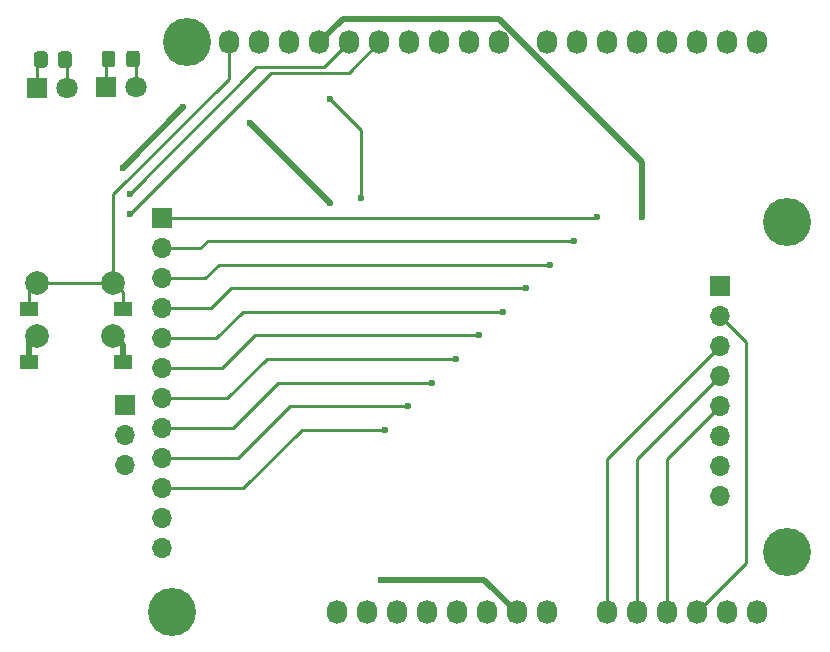
<source format=gbr>
%TF.GenerationSoftware,KiCad,Pcbnew,(5.1.10)-1*%
%TF.CreationDate,2022-03-02T00:29:21+08:00*%
%TF.ProjectId,r71ram_uno,72373172-616d-45f7-956e-6f2e6b696361,rev?*%
%TF.SameCoordinates,Original*%
%TF.FileFunction,Copper,L1,Top*%
%TF.FilePolarity,Positive*%
%FSLAX46Y46*%
G04 Gerber Fmt 4.6, Leading zero omitted, Abs format (unit mm)*
G04 Created by KiCad (PCBNEW (5.1.10)-1) date 2022-03-02 00:29:21*
%MOMM*%
%LPD*%
G01*
G04 APERTURE LIST*
%TA.AperFunction,ComponentPad*%
%ADD10O,1.700000X1.700000*%
%TD*%
%TA.AperFunction,ComponentPad*%
%ADD11R,1.700000X1.700000*%
%TD*%
%TA.AperFunction,SMDPad,CuDef*%
%ADD12R,1.550000X1.300000*%
%TD*%
%TA.AperFunction,ComponentPad*%
%ADD13C,2.000000*%
%TD*%
%TA.AperFunction,ComponentPad*%
%ADD14C,1.800000*%
%TD*%
%TA.AperFunction,ComponentPad*%
%ADD15R,1.800000X1.800000*%
%TD*%
%TA.AperFunction,ComponentPad*%
%ADD16O,1.727200X2.032000*%
%TD*%
%TA.AperFunction,ComponentPad*%
%ADD17C,4.064000*%
%TD*%
%TA.AperFunction,ViaPad*%
%ADD18C,0.600000*%
%TD*%
%TA.AperFunction,Conductor*%
%ADD19C,0.250000*%
%TD*%
%TA.AperFunction,Conductor*%
%ADD20C,0.500000*%
%TD*%
G04 APERTURE END LIST*
D10*
%TO.P,J3,3*%
%TO.N,/13(SCK)*%
X120973000Y-111370000D03*
%TO.P,J3,2*%
%TO.N,/12(MISO)*%
X120973000Y-108830000D03*
D11*
%TO.P,J3,1*%
%TO.N,GND*%
X120973000Y-106290000D03*
%TD*%
D12*
%TO.P,SW11,2*%
%TO.N,GND*%
X120823000Y-102590000D03*
%TO.P,SW11,1*%
%TO.N,/A5(SCL)*%
X120823000Y-98090000D03*
X112873000Y-98090000D03*
%TO.P,SW11,2*%
%TO.N,GND*%
X112873000Y-102590000D03*
%TD*%
%TO.P,D21,2*%
%TO.N,Net-(D2-Pad2)*%
%TA.AperFunction,SMDPad,CuDef*%
G36*
G01*
X121098000Y-77415001D02*
X121098000Y-76514999D01*
G75*
G02*
X121347999Y-76265000I249999J0D01*
G01*
X121998001Y-76265000D01*
G75*
G02*
X122248000Y-76514999I0J-249999D01*
G01*
X122248000Y-77415001D01*
G75*
G02*
X121998001Y-77665000I-249999J0D01*
G01*
X121347999Y-77665000D01*
G75*
G02*
X121098000Y-77415001I0J249999D01*
G01*
G37*
%TD.AperFunction*%
%TO.P,D21,1*%
%TO.N,/11(\u002A\u002A/MOSI)*%
%TA.AperFunction,SMDPad,CuDef*%
G36*
G01*
X119048000Y-77415001D02*
X119048000Y-76514999D01*
G75*
G02*
X119297999Y-76265000I249999J0D01*
G01*
X119948001Y-76265000D01*
G75*
G02*
X120198000Y-76514999I0J-249999D01*
G01*
X120198000Y-77415001D01*
G75*
G02*
X119948001Y-77665000I-249999J0D01*
G01*
X119297999Y-77665000D01*
G75*
G02*
X119048000Y-77415001I0J249999D01*
G01*
G37*
%TD.AperFunction*%
%TD*%
%TO.P,D11,2*%
%TO.N,Net-(D1-Pad2)*%
%TA.AperFunction,SMDPad,CuDef*%
G36*
G01*
X115348000Y-77465001D02*
X115348000Y-76564999D01*
G75*
G02*
X115597999Y-76315000I249999J0D01*
G01*
X116248001Y-76315000D01*
G75*
G02*
X116498000Y-76564999I0J-249999D01*
G01*
X116498000Y-77465001D01*
G75*
G02*
X116248001Y-77715000I-249999J0D01*
G01*
X115597999Y-77715000D01*
G75*
G02*
X115348000Y-77465001I0J249999D01*
G01*
G37*
%TD.AperFunction*%
%TO.P,D11,1*%
%TO.N,GND*%
%TA.AperFunction,SMDPad,CuDef*%
G36*
G01*
X113298000Y-77465001D02*
X113298000Y-76564999D01*
G75*
G02*
X113547999Y-76315000I249999J0D01*
G01*
X114198001Y-76315000D01*
G75*
G02*
X114448000Y-76564999I0J-249999D01*
G01*
X114448000Y-77465001D01*
G75*
G02*
X114198001Y-77715000I-249999J0D01*
G01*
X113547999Y-77715000D01*
G75*
G02*
X113298000Y-77465001I0J249999D01*
G01*
G37*
%TD.AperFunction*%
%TD*%
D13*
%TO.P,SW1,1*%
%TO.N,/A5(SCL)*%
X120023000Y-95890000D03*
%TO.P,SW1,2*%
%TO.N,GND*%
X120023000Y-100390000D03*
%TO.P,SW1,1*%
%TO.N,/A5(SCL)*%
X113523000Y-95890000D03*
%TO.P,SW1,2*%
%TO.N,GND*%
X113523000Y-100390000D03*
%TD*%
D14*
%TO.P,D2,2*%
%TO.N,Net-(D2-Pad2)*%
X121938000Y-79365000D03*
D15*
%TO.P,D2,1*%
%TO.N,/11(\u002A\u002A/MOSI)*%
X119398000Y-79365000D03*
%TD*%
D14*
%TO.P,D1,2*%
%TO.N,Net-(D1-Pad2)*%
X116088000Y-79415000D03*
D15*
%TO.P,D1,1*%
%TO.N,GND*%
X113548000Y-79415000D03*
%TD*%
D10*
%TO.P,J2,8*%
%TO.N,GND*%
X171398000Y-113945000D03*
%TO.P,J2,7*%
%TO.N,Net-(J2-Pad7)*%
X171398000Y-111405000D03*
%TO.P,J2,6*%
%TO.N,+5V*%
X171398000Y-108865000D03*
%TO.P,J2,5*%
%TO.N,/A2*%
X171398000Y-106325000D03*
%TO.P,J2,4*%
%TO.N,/A1*%
X171398000Y-103785000D03*
%TO.P,J2,3*%
%TO.N,/A0*%
X171398000Y-101245000D03*
%TO.P,J2,2*%
%TO.N,/A3*%
X171398000Y-98705000D03*
D11*
%TO.P,J2,1*%
%TO.N,/A4*%
X171398000Y-96165000D03*
%TD*%
D10*
%TO.P,J1,12*%
%TO.N,+5V*%
X124098000Y-118405000D03*
%TO.P,J1,11*%
%TO.N,/11(\u002A\u002A/MOSI)*%
X124098000Y-115865000D03*
%TO.P,J1,10*%
%TO.N,/9(\u002A\u002A)*%
X124098000Y-113325000D03*
%TO.P,J1,9*%
%TO.N,/8*%
X124098000Y-110785000D03*
%TO.P,J1,8*%
%TO.N,/7*%
X124098000Y-108245000D03*
%TO.P,J1,7*%
%TO.N,/6(\u002A\u002A)*%
X124098000Y-105705000D03*
%TO.P,J1,6*%
%TO.N,/5(\u002A\u002A)*%
X124098000Y-103165000D03*
%TO.P,J1,5*%
%TO.N,/4*%
X124098000Y-100625000D03*
%TO.P,J1,4*%
%TO.N,/3(\u002A\u002A)*%
X124098000Y-98085000D03*
%TO.P,J1,3*%
%TO.N,/2*%
X124098000Y-95545000D03*
%TO.P,J1,2*%
%TO.N,/1(Tx)*%
X124098000Y-93005000D03*
D11*
%TO.P,J1,1*%
%TO.N,/0(Rx)*%
X124098000Y-90465000D03*
%TD*%
D16*
%TO.P,P1,1*%
%TO.N,Net-(P1-Pad1)*%
X138938000Y-123825000D03*
%TO.P,P1,2*%
%TO.N,/IOREF*%
X141478000Y-123825000D03*
%TO.P,P1,3*%
%TO.N,/Reset*%
X144018000Y-123825000D03*
%TO.P,P1,4*%
%TO.N,+3V3*%
X146558000Y-123825000D03*
%TO.P,P1,5*%
%TO.N,+5V*%
X149098000Y-123825000D03*
%TO.P,P1,6*%
%TO.N,GND*%
X151638000Y-123825000D03*
%TO.P,P1,7*%
X154178000Y-123825000D03*
%TO.P,P1,8*%
%TO.N,/Vin*%
X156718000Y-123825000D03*
%TD*%
%TO.P,P2,1*%
%TO.N,/A0*%
X161798000Y-123825000D03*
%TO.P,P2,2*%
%TO.N,/A1*%
X164338000Y-123825000D03*
%TO.P,P2,3*%
%TO.N,/A2*%
X166878000Y-123825000D03*
%TO.P,P2,4*%
%TO.N,/A3*%
X169418000Y-123825000D03*
%TO.P,P2,5*%
%TO.N,/A4*%
X171958000Y-123825000D03*
%TO.P,P2,6*%
%TO.N,/A5*%
X174498000Y-123825000D03*
%TD*%
%TO.P,P3,1*%
%TO.N,/A5(SCL)*%
X129794000Y-75565000D03*
%TO.P,P3,2*%
%TO.N,/A4(SDA)*%
X132334000Y-75565000D03*
%TO.P,P3,3*%
%TO.N,/AREF*%
X134874000Y-75565000D03*
%TO.P,P3,4*%
%TO.N,GND*%
X137414000Y-75565000D03*
%TO.P,P3,5*%
%TO.N,/13(SCK)*%
X139954000Y-75565000D03*
%TO.P,P3,6*%
%TO.N,/12(MISO)*%
X142494000Y-75565000D03*
%TO.P,P3,7*%
%TO.N,/11(\u002A\u002A/MOSI)*%
X145034000Y-75565000D03*
%TO.P,P3,8*%
%TO.N,/10(\u002A\u002A/SS)*%
X147574000Y-75565000D03*
%TO.P,P3,9*%
%TO.N,/9(\u002A\u002A)*%
X150114000Y-75565000D03*
%TO.P,P3,10*%
%TO.N,/8*%
X152654000Y-75565000D03*
%TD*%
%TO.P,P4,1*%
%TO.N,/7*%
X156718000Y-75565000D03*
%TO.P,P4,2*%
%TO.N,/6(\u002A\u002A)*%
X159258000Y-75565000D03*
%TO.P,P4,3*%
%TO.N,/5(\u002A\u002A)*%
X161798000Y-75565000D03*
%TO.P,P4,4*%
%TO.N,/4*%
X164338000Y-75565000D03*
%TO.P,P4,5*%
%TO.N,/3(\u002A\u002A)*%
X166878000Y-75565000D03*
%TO.P,P4,6*%
%TO.N,/2*%
X169418000Y-75565000D03*
%TO.P,P4,7*%
%TO.N,/1(Tx)*%
X171958000Y-75565000D03*
%TO.P,P4,8*%
%TO.N,/0(Rx)*%
X174498000Y-75565000D03*
%TD*%
D17*
%TO.P,P5,1*%
%TO.N,Net-(P5-Pad1)*%
X124968000Y-123825000D03*
%TD*%
%TO.P,P6,1*%
%TO.N,Net-(P6-Pad1)*%
X177038000Y-118745000D03*
%TD*%
%TO.P,P7,1*%
%TO.N,Net-(P7-Pad1)*%
X126238000Y-75565000D03*
%TD*%
%TO.P,P8,1*%
%TO.N,Net-(P8-Pad1)*%
X177038000Y-90805000D03*
%TD*%
D18*
%TO.N,+5V*%
X138373000Y-80340000D03*
X140998000Y-88740000D03*
%TO.N,GND*%
X125898000Y-81065000D03*
X120798000Y-86165000D03*
X164798000Y-90365000D03*
X131598000Y-82365000D03*
X138398000Y-89165000D03*
X142698000Y-121065000D03*
X149298000Y-121065000D03*
%TO.N,/9(\u002A\u002A)*%
X142998000Y-108365000D03*
%TO.N,/8*%
X144998000Y-106365000D03*
%TO.N,/7*%
X146998000Y-104365000D03*
%TO.N,/6(\u002A\u002A)*%
X148998000Y-102365000D03*
%TO.N,/5(\u002A\u002A)*%
X150998000Y-100365000D03*
%TO.N,/4*%
X152998000Y-98365000D03*
%TO.N,/3(\u002A\u002A)*%
X154998000Y-96365000D03*
%TO.N,/2*%
X156998000Y-94365000D03*
%TO.N,/1(Tx)*%
X158998000Y-92365000D03*
%TO.N,/0(Rx)*%
X160998000Y-90365000D03*
%TO.N,/13(SCK)*%
X121398000Y-88365000D03*
%TO.N,/12(MISO)*%
X121398000Y-90065000D03*
%TD*%
D19*
%TO.N,+5V*%
X140998000Y-82965000D02*
X138373000Y-80340000D01*
X140998000Y-88740000D02*
X140998000Y-82965000D01*
%TO.N,GND*%
X113548000Y-77340000D02*
X113873000Y-77015000D01*
X113548000Y-79415000D02*
X113548000Y-77340000D01*
D20*
X120823000Y-101190000D02*
X120023000Y-100390000D01*
X120823000Y-102590000D02*
X120823000Y-101190000D01*
X112873000Y-101040000D02*
X113523000Y-100390000D01*
X112873000Y-102590000D02*
X112873000Y-101040000D01*
X125898000Y-81065000D02*
X120798000Y-86165000D01*
X120798000Y-86165000D02*
X120798000Y-86165000D01*
X152649135Y-73550010D02*
X164798000Y-85698875D01*
X139428990Y-73550010D02*
X152649135Y-73550010D01*
X137414000Y-75565000D02*
X139428990Y-73550010D01*
X164798000Y-85698875D02*
X164798000Y-90365000D01*
X164798000Y-90365000D02*
X164798000Y-90365000D01*
X131598000Y-82365000D02*
X138398000Y-89165000D01*
X138398000Y-89165000D02*
X138398000Y-89165000D01*
X151418000Y-121065000D02*
X154178000Y-123825000D01*
X142698000Y-121065000D02*
X149298000Y-121065000D01*
X149298000Y-121065000D02*
X151418000Y-121065000D01*
D19*
%TO.N,/A0*%
X161798000Y-111045000D02*
X161798000Y-123825000D01*
X161798000Y-110845000D02*
X161798000Y-111045000D01*
X171398000Y-101245000D02*
X161798000Y-110845000D01*
%TO.N,/A1*%
X164338000Y-111045000D02*
X164338000Y-123825000D01*
X164338000Y-110845000D02*
X164338000Y-111045000D01*
X171398000Y-103785000D02*
X164338000Y-110845000D01*
%TO.N,/A2*%
X166878000Y-111045000D02*
X166878000Y-123825000D01*
X166878000Y-110845000D02*
X166878000Y-111045000D01*
X171398000Y-106325000D02*
X166878000Y-110845000D01*
%TO.N,/A3*%
X173598000Y-119645000D02*
X169418000Y-123825000D01*
X173598000Y-100905000D02*
X173598000Y-119645000D01*
X171398000Y-98705000D02*
X173598000Y-100905000D01*
%TO.N,/A5(SCL)*%
X112873000Y-96540000D02*
X113523000Y-95890000D01*
X112873000Y-98090000D02*
X112873000Y-96540000D01*
X120823000Y-96690000D02*
X120023000Y-95890000D01*
X120823000Y-98090000D02*
X120823000Y-96690000D01*
X113523000Y-95890000D02*
X120023000Y-95890000D01*
X120023000Y-95890000D02*
X120023000Y-88390000D01*
X129794000Y-78619000D02*
X129794000Y-75565000D01*
X120023000Y-88390000D02*
X129794000Y-78619000D01*
%TO.N,/9(\u002A\u002A)*%
X124098000Y-113325000D02*
X131038000Y-113325000D01*
X131038000Y-113325000D02*
X135998000Y-108365000D01*
X135998000Y-108365000D02*
X142998000Y-108365000D01*
X142998000Y-108365000D02*
X142998000Y-108365000D01*
%TO.N,/8*%
X124098000Y-110785000D02*
X130578000Y-110785000D01*
X130578000Y-110785000D02*
X134998000Y-106365000D01*
X134998000Y-106365000D02*
X144998000Y-106365000D01*
X144998000Y-106365000D02*
X144998000Y-106365000D01*
%TO.N,/7*%
X124098000Y-108245000D02*
X130118000Y-108245000D01*
X130118000Y-108245000D02*
X133998000Y-104365000D01*
X133998000Y-104365000D02*
X146998000Y-104365000D01*
X146998000Y-104365000D02*
X146998000Y-104365000D01*
%TO.N,/6(\u002A\u002A)*%
X124098000Y-105705000D02*
X129658000Y-105705000D01*
X129658000Y-105705000D02*
X132998000Y-102365000D01*
X132998000Y-102365000D02*
X148998000Y-102365000D01*
X148998000Y-102365000D02*
X148998000Y-102365000D01*
%TO.N,/5(\u002A\u002A)*%
X124098000Y-103165000D02*
X129198000Y-103165000D01*
X129198000Y-103165000D02*
X131998000Y-100365000D01*
X131998000Y-100365000D02*
X150998000Y-100365000D01*
X150998000Y-100365000D02*
X150998000Y-100365000D01*
%TO.N,/4*%
X124098000Y-100625000D02*
X128738000Y-100625000D01*
X128738000Y-100625000D02*
X130998000Y-98365000D01*
X130998000Y-98365000D02*
X152998000Y-98365000D01*
X152998000Y-98365000D02*
X152998000Y-98365000D01*
%TO.N,/3(\u002A\u002A)*%
X124098000Y-98085000D02*
X128278000Y-98085000D01*
X128278000Y-98085000D02*
X129998000Y-96365000D01*
X129998000Y-96365000D02*
X154998000Y-96365000D01*
X154998000Y-96365000D02*
X154998000Y-96365000D01*
%TO.N,/2*%
X124098000Y-95545000D02*
X127818000Y-95545000D01*
X127818000Y-95545000D02*
X128998000Y-94365000D01*
X128998000Y-94365000D02*
X156998000Y-94365000D01*
X156998000Y-94365000D02*
X156998000Y-94365000D01*
%TO.N,/1(Tx)*%
X124098000Y-93005000D02*
X126358000Y-93005000D01*
X126358000Y-93005000D02*
X127358000Y-93005000D01*
X127358000Y-93005000D02*
X127998000Y-92365000D01*
X127998000Y-92365000D02*
X158998000Y-92365000D01*
X158998000Y-92365000D02*
X158998000Y-92365000D01*
%TO.N,/0(Rx)*%
X124098000Y-90465000D02*
X160898000Y-90465000D01*
X160898000Y-90465000D02*
X160998000Y-90365000D01*
X160998000Y-90365000D02*
X160998000Y-90365000D01*
%TO.N,/13(SCK)*%
X139954000Y-75565000D02*
X137854000Y-77665000D01*
X137854000Y-77665000D02*
X132098000Y-77665000D01*
X132098000Y-77665000D02*
X121398000Y-88365000D01*
X121398000Y-88365000D02*
X121398000Y-88365000D01*
%TO.N,/12(MISO)*%
X139943990Y-78115010D02*
X133347990Y-78115010D01*
X142494000Y-75565000D02*
X139943990Y-78115010D01*
X133347990Y-78115010D02*
X121398000Y-90065000D01*
X121398000Y-90065000D02*
X121398000Y-90065000D01*
%TO.N,/11(\u002A\u002A/MOSI)*%
X119398000Y-77190000D02*
X119623000Y-76965000D01*
X119398000Y-79365000D02*
X119398000Y-77190000D01*
%TO.N,Net-(D1-Pad2)*%
X116088000Y-77180000D02*
X115923000Y-77015000D01*
X116088000Y-79415000D02*
X116088000Y-77180000D01*
%TO.N,Net-(D2-Pad2)*%
X121938000Y-77230000D02*
X121673000Y-76965000D01*
X121938000Y-79365000D02*
X121938000Y-77230000D01*
%TD*%
M02*

</source>
